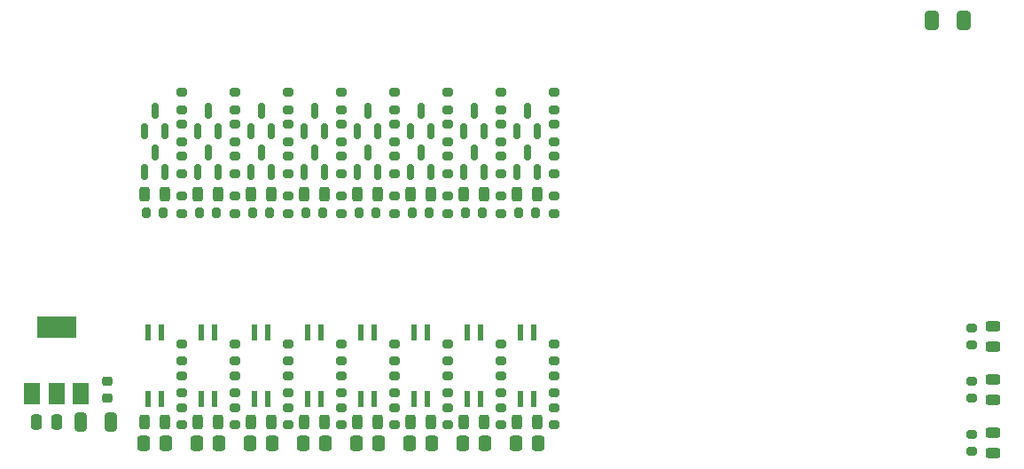
<source format=gbr>
%TF.GenerationSoftware,KiCad,Pcbnew,(6.0.11)*%
%TF.CreationDate,2023-03-20T13:43:10+01:00*%
%TF.ProjectId,Triggerbox_Deluxe,54726967-6765-4726-926f-785f44656c75,rev?*%
%TF.SameCoordinates,Original*%
%TF.FileFunction,Paste,Top*%
%TF.FilePolarity,Positive*%
%FSLAX46Y46*%
G04 Gerber Fmt 4.6, Leading zero omitted, Abs format (unit mm)*
G04 Created by KiCad (PCBNEW (6.0.11)) date 2023-03-20 13:43:10*
%MOMM*%
%LPD*%
G01*
G04 APERTURE LIST*
G04 Aperture macros list*
%AMRoundRect*
0 Rectangle with rounded corners*
0 $1 Rounding radius*
0 $2 $3 $4 $5 $6 $7 $8 $9 X,Y pos of 4 corners*
0 Add a 4 corners polygon primitive as box body*
4,1,4,$2,$3,$4,$5,$6,$7,$8,$9,$2,$3,0*
0 Add four circle primitives for the rounded corners*
1,1,$1+$1,$2,$3*
1,1,$1+$1,$4,$5*
1,1,$1+$1,$6,$7*
1,1,$1+$1,$8,$9*
0 Add four rect primitives between the rounded corners*
20,1,$1+$1,$2,$3,$4,$5,0*
20,1,$1+$1,$4,$5,$6,$7,0*
20,1,$1+$1,$6,$7,$8,$9,0*
20,1,$1+$1,$8,$9,$2,$3,0*%
G04 Aperture macros list end*
%ADD10RoundRect,0.200000X-0.275000X0.200000X-0.275000X-0.200000X0.275000X-0.200000X0.275000X0.200000X0*%
%ADD11R,0.600000X1.500000*%
%ADD12RoundRect,0.243750X-0.243750X-0.456250X0.243750X-0.456250X0.243750X0.456250X-0.243750X0.456250X0*%
%ADD13RoundRect,0.200000X0.275000X-0.200000X0.275000X0.200000X-0.275000X0.200000X-0.275000X-0.200000X0*%
%ADD14RoundRect,0.200000X0.200000X0.275000X-0.200000X0.275000X-0.200000X-0.275000X0.200000X-0.275000X0*%
%ADD15RoundRect,0.243750X0.456250X-0.243750X0.456250X0.243750X-0.456250X0.243750X-0.456250X-0.243750X0*%
%ADD16RoundRect,0.250000X0.337500X0.475000X-0.337500X0.475000X-0.337500X-0.475000X0.337500X-0.475000X0*%
%ADD17RoundRect,0.150000X0.150000X-0.587500X0.150000X0.587500X-0.150000X0.587500X-0.150000X-0.587500X0*%
%ADD18RoundRect,0.250000X0.250000X0.475000X-0.250000X0.475000X-0.250000X-0.475000X0.250000X-0.475000X0*%
%ADD19RoundRect,0.250000X-0.412500X-0.650000X0.412500X-0.650000X0.412500X0.650000X-0.412500X0.650000X0*%
%ADD20RoundRect,0.250000X-0.325000X-0.650000X0.325000X-0.650000X0.325000X0.650000X-0.325000X0.650000X0*%
%ADD21RoundRect,0.225000X0.250000X-0.225000X0.250000X0.225000X-0.250000X0.225000X-0.250000X-0.225000X0*%
%ADD22R,1.500000X2.000000*%
%ADD23R,3.800000X2.000000*%
G04 APERTURE END LIST*
D10*
%TO.C,R1*%
X62992000Y-83884000D03*
X62992000Y-85534000D03*
%TD*%
%TO.C,R17*%
X73152000Y-86932000D03*
X73152000Y-88582000D03*
%TD*%
D11*
%TO.C,U6*%
X85217000Y-110109000D03*
X86487000Y-110109000D03*
X86487000Y-103759000D03*
X85217000Y-103759000D03*
%TD*%
D12*
%TO.C,D7*%
X89994500Y-90551000D03*
X91869500Y-90551000D03*
%TD*%
D13*
%TO.C,R51*%
X83312000Y-106489000D03*
X83312000Y-104839000D03*
%TD*%
%TO.C,R6*%
X68072000Y-92392000D03*
X68072000Y-90742000D03*
%TD*%
D10*
%TO.C,R37*%
X93472000Y-86932000D03*
X93472000Y-88582000D03*
%TD*%
D13*
%TO.C,R53*%
X78232000Y-112585000D03*
X78232000Y-110935000D03*
%TD*%
D11*
%TO.C,U11*%
X59817000Y-110109000D03*
X61087000Y-110109000D03*
X61087000Y-103759000D03*
X59817000Y-103759000D03*
%TD*%
%TO.C,U9*%
X69977000Y-110109000D03*
X71247000Y-110109000D03*
X71247000Y-103759000D03*
X69977000Y-103759000D03*
%TD*%
%TO.C,U4*%
X95377000Y-110109000D03*
X96647000Y-110109000D03*
X96647000Y-103759000D03*
X95377000Y-103759000D03*
%TD*%
D10*
%TO.C,R55*%
X78232000Y-107887000D03*
X78232000Y-109537000D03*
%TD*%
D14*
%TO.C,R29*%
X81597000Y-92329000D03*
X79947000Y-92329000D03*
%TD*%
D10*
%TO.C,R58*%
X73152000Y-107887000D03*
X73152000Y-109537000D03*
%TD*%
D11*
%TO.C,U5*%
X90297000Y-110109000D03*
X91567000Y-110109000D03*
X91567000Y-103759000D03*
X90297000Y-103759000D03*
%TD*%
%TO.C,U8*%
X75057000Y-110109000D03*
X76327000Y-110109000D03*
X76327000Y-103759000D03*
X75057000Y-103759000D03*
%TD*%
D12*
%TO.C,D16*%
X59514500Y-112268000D03*
X61389500Y-112268000D03*
%TD*%
D13*
%TO.C,R18*%
X73152000Y-82486000D03*
X73152000Y-80836000D03*
%TD*%
D10*
%TO.C,R22*%
X88392000Y-83884000D03*
X88392000Y-85534000D03*
%TD*%
D13*
%TO.C,R47*%
X88392000Y-112585000D03*
X88392000Y-110935000D03*
%TD*%
D15*
%TO.C,D19*%
X140462000Y-105077500D03*
X140462000Y-103202500D03*
%TD*%
D13*
%TO.C,R5*%
X62992000Y-92392000D03*
X62992000Y-90742000D03*
%TD*%
D12*
%TO.C,D15*%
X64594500Y-112268000D03*
X66469500Y-112268000D03*
%TD*%
%TO.C,D8*%
X95074500Y-90551000D03*
X96949500Y-90551000D03*
%TD*%
D16*
%TO.C,C11*%
X61489500Y-114300000D03*
X59414500Y-114300000D03*
%TD*%
D14*
%TO.C,R11*%
X71437000Y-92329000D03*
X69787000Y-92329000D03*
%TD*%
D13*
%TO.C,R38*%
X93472000Y-82486000D03*
X93472000Y-80836000D03*
%TD*%
D16*
%TO.C,C9*%
X71649500Y-114300000D03*
X69574500Y-114300000D03*
%TD*%
D13*
%TO.C,R56*%
X73152000Y-112585000D03*
X73152000Y-110935000D03*
%TD*%
D16*
%TO.C,C7*%
X81809500Y-114300000D03*
X79734500Y-114300000D03*
%TD*%
D12*
%TO.C,D3*%
X69674500Y-90551000D03*
X71549500Y-90551000D03*
%TD*%
D17*
%TO.C,Q12*%
X95062000Y-84503500D03*
X96962000Y-84503500D03*
X96012000Y-82628500D03*
%TD*%
D10*
%TO.C,R46*%
X93472000Y-107887000D03*
X93472000Y-109537000D03*
%TD*%
D12*
%TO.C,D6*%
X84914500Y-90551000D03*
X86789500Y-90551000D03*
%TD*%
D17*
%TO.C,Q14*%
X84902000Y-88440500D03*
X86802000Y-88440500D03*
X85852000Y-86565500D03*
%TD*%
D13*
%TO.C,R48*%
X88392000Y-106489000D03*
X88392000Y-104839000D03*
%TD*%
%TO.C,R65*%
X138430000Y-115125000D03*
X138430000Y-113475000D03*
%TD*%
%TO.C,R44*%
X93472000Y-112585000D03*
X93472000Y-110935000D03*
%TD*%
%TO.C,R42*%
X98552000Y-106489000D03*
X98552000Y-104839000D03*
%TD*%
%TO.C,R63*%
X62992000Y-106489000D03*
X62992000Y-104839000D03*
%TD*%
%TO.C,R34*%
X83312000Y-82486000D03*
X83312000Y-80836000D03*
%TD*%
D12*
%TO.C,D13*%
X74754500Y-112268000D03*
X76629500Y-112268000D03*
%TD*%
D10*
%TO.C,R49*%
X88392000Y-107887000D03*
X88392000Y-109537000D03*
%TD*%
D17*
%TO.C,Q15*%
X89982000Y-88440500D03*
X91882000Y-88440500D03*
X90932000Y-86565500D03*
%TD*%
D13*
%TO.C,R36*%
X88392000Y-82486000D03*
X88392000Y-80836000D03*
%TD*%
%TO.C,R50*%
X83312000Y-112585000D03*
X83312000Y-110935000D03*
%TD*%
D18*
%TO.C,C2*%
X51054000Y-112268000D03*
X49154000Y-112268000D03*
%TD*%
D11*
%TO.C,U7*%
X80137000Y-110109000D03*
X81407000Y-110109000D03*
X81407000Y-103759000D03*
X80137000Y-103759000D03*
%TD*%
D13*
%TO.C,R41*%
X98552000Y-112585000D03*
X98552000Y-110935000D03*
%TD*%
D10*
%TO.C,R21*%
X83312000Y-83884000D03*
X83312000Y-85534000D03*
%TD*%
%TO.C,R35*%
X88392000Y-86932000D03*
X88392000Y-88582000D03*
%TD*%
D12*
%TO.C,D10*%
X89994500Y-112268000D03*
X91869500Y-112268000D03*
%TD*%
D17*
%TO.C,Q9*%
X79822000Y-84503500D03*
X81722000Y-84503500D03*
X80772000Y-82628500D03*
%TD*%
D16*
%TO.C,C4*%
X97049500Y-114300000D03*
X94974500Y-114300000D03*
%TD*%
D15*
%TO.C,D18*%
X140462000Y-110157500D03*
X140462000Y-108282500D03*
%TD*%
D13*
%TO.C,R59*%
X68072000Y-112585000D03*
X68072000Y-110935000D03*
%TD*%
%TO.C,R62*%
X62992000Y-112585000D03*
X62992000Y-110935000D03*
%TD*%
D12*
%TO.C,D9*%
X95074500Y-112268000D03*
X96949500Y-112268000D03*
%TD*%
D17*
%TO.C,Q8*%
X74742000Y-88440500D03*
X76642000Y-88440500D03*
X75692000Y-86565500D03*
%TD*%
D14*
%TO.C,R12*%
X76517000Y-92329000D03*
X74867000Y-92329000D03*
%TD*%
D17*
%TO.C,Q4*%
X74742000Y-84503500D03*
X76642000Y-84503500D03*
X75692000Y-82628500D03*
%TD*%
D10*
%TO.C,R52*%
X83312000Y-107887000D03*
X83312000Y-109537000D03*
%TD*%
D13*
%TO.C,R25*%
X83312000Y-92392000D03*
X83312000Y-90742000D03*
%TD*%
%TO.C,R45*%
X93472000Y-106489000D03*
X93472000Y-104839000D03*
%TD*%
%TO.C,R27*%
X93472000Y-92392000D03*
X93472000Y-90742000D03*
%TD*%
D10*
%TO.C,R61*%
X68072000Y-107887000D03*
X68072000Y-109537000D03*
%TD*%
D13*
%TO.C,R8*%
X78232000Y-92392000D03*
X78232000Y-90742000D03*
%TD*%
D10*
%TO.C,R43*%
X98552000Y-107887000D03*
X98552000Y-109537000D03*
%TD*%
D19*
%TO.C,C12*%
X134620000Y-73914000D03*
X137745000Y-73914000D03*
%TD*%
D17*
%TO.C,Q16*%
X95062000Y-88440500D03*
X96962000Y-88440500D03*
X96012000Y-86565500D03*
%TD*%
D16*
%TO.C,C8*%
X76729500Y-114300000D03*
X74654500Y-114300000D03*
%TD*%
D12*
%TO.C,D11*%
X84914500Y-112268000D03*
X86789500Y-112268000D03*
%TD*%
D16*
%TO.C,C6*%
X86889500Y-114300000D03*
X84814500Y-114300000D03*
%TD*%
D10*
%TO.C,R33*%
X83312000Y-86932000D03*
X83312000Y-88582000D03*
%TD*%
%TO.C,R64*%
X62992000Y-107887000D03*
X62992000Y-109537000D03*
%TD*%
D12*
%TO.C,D4*%
X74754500Y-90551000D03*
X76629500Y-90551000D03*
%TD*%
D14*
%TO.C,R32*%
X96837000Y-92329000D03*
X95187000Y-92329000D03*
%TD*%
%TO.C,R30*%
X86677000Y-92329000D03*
X85027000Y-92329000D03*
%TD*%
D13*
%TO.C,R67*%
X138430000Y-104965000D03*
X138430000Y-103315000D03*
%TD*%
D20*
%TO.C,C3*%
X53340000Y-112268000D03*
X56290000Y-112268000D03*
%TD*%
D16*
%TO.C,C10*%
X66569500Y-114300000D03*
X64494500Y-114300000D03*
%TD*%
D14*
%TO.C,R10*%
X66357000Y-92329000D03*
X64707000Y-92329000D03*
%TD*%
D16*
%TO.C,C5*%
X91969500Y-114300000D03*
X89894500Y-114300000D03*
%TD*%
D12*
%TO.C,D2*%
X64594500Y-90551000D03*
X66469500Y-90551000D03*
%TD*%
D10*
%TO.C,R24*%
X98552000Y-83884000D03*
X98552000Y-85534000D03*
%TD*%
%TO.C,R23*%
X93472000Y-83884000D03*
X93472000Y-85534000D03*
%TD*%
D13*
%TO.C,R7*%
X73152000Y-92392000D03*
X73152000Y-90742000D03*
%TD*%
D10*
%TO.C,R3*%
X73152000Y-83884000D03*
X73152000Y-85534000D03*
%TD*%
D12*
%TO.C,D12*%
X79834500Y-112268000D03*
X81709500Y-112268000D03*
%TD*%
D13*
%TO.C,R60*%
X68072000Y-106489000D03*
X68072000Y-104839000D03*
%TD*%
%TO.C,R14*%
X62992000Y-82486000D03*
X62992000Y-80836000D03*
%TD*%
D17*
%TO.C,Q2*%
X64582000Y-84503500D03*
X66482000Y-84503500D03*
X65532000Y-82628500D03*
%TD*%
%TO.C,Q13*%
X79822000Y-88440500D03*
X81722000Y-88440500D03*
X80772000Y-86565500D03*
%TD*%
D13*
%TO.C,R54*%
X78232000Y-106489000D03*
X78232000Y-104839000D03*
%TD*%
D11*
%TO.C,U10*%
X64897000Y-110109000D03*
X66167000Y-110109000D03*
X66167000Y-103759000D03*
X64897000Y-103759000D03*
%TD*%
D14*
%TO.C,R31*%
X91757000Y-92329000D03*
X90107000Y-92329000D03*
%TD*%
D10*
%TO.C,R39*%
X98552000Y-86932000D03*
X98552000Y-88582000D03*
%TD*%
D17*
%TO.C,Q11*%
X89982000Y-84503500D03*
X91882000Y-84503500D03*
X90932000Y-82628500D03*
%TD*%
%TO.C,Q5*%
X59502000Y-88440500D03*
X61402000Y-88440500D03*
X60452000Y-86565500D03*
%TD*%
D13*
%TO.C,R16*%
X68072000Y-82486000D03*
X68072000Y-80836000D03*
%TD*%
%TO.C,R20*%
X78232000Y-82486000D03*
X78232000Y-80836000D03*
%TD*%
D21*
%TO.C,C1*%
X55880000Y-109995000D03*
X55880000Y-108445000D03*
%TD*%
D13*
%TO.C,R57*%
X73152000Y-106489000D03*
X73152000Y-104839000D03*
%TD*%
D17*
%TO.C,Q1*%
X59502000Y-84503500D03*
X61402000Y-84503500D03*
X60452000Y-82628500D03*
%TD*%
%TO.C,Q6*%
X64582000Y-88440500D03*
X66482000Y-88440500D03*
X65532000Y-86565500D03*
%TD*%
D12*
%TO.C,D1*%
X59514500Y-90551000D03*
X61389500Y-90551000D03*
%TD*%
D13*
%TO.C,R26*%
X88392000Y-92392000D03*
X88392000Y-90742000D03*
%TD*%
D10*
%TO.C,R19*%
X78232000Y-86932000D03*
X78232000Y-88582000D03*
%TD*%
D17*
%TO.C,Q3*%
X69662000Y-84503500D03*
X71562000Y-84503500D03*
X70612000Y-82628500D03*
%TD*%
D10*
%TO.C,R13*%
X62992000Y-86932000D03*
X62992000Y-88582000D03*
%TD*%
D17*
%TO.C,Q7*%
X69662000Y-88440500D03*
X71562000Y-88440500D03*
X70612000Y-86565500D03*
%TD*%
D10*
%TO.C,R4*%
X78232000Y-83884000D03*
X78232000Y-85534000D03*
%TD*%
%TO.C,R15*%
X68072000Y-86932000D03*
X68072000Y-88582000D03*
%TD*%
D17*
%TO.C,Q10*%
X84902000Y-84503500D03*
X86802000Y-84503500D03*
X85852000Y-82628500D03*
%TD*%
D10*
%TO.C,R2*%
X68072000Y-83884000D03*
X68072000Y-85534000D03*
%TD*%
D12*
%TO.C,D5*%
X79834500Y-90551000D03*
X81709500Y-90551000D03*
%TD*%
D13*
%TO.C,R28*%
X98552000Y-92392000D03*
X98552000Y-90742000D03*
%TD*%
%TO.C,R40*%
X98552000Y-82486000D03*
X98552000Y-80836000D03*
%TD*%
D14*
%TO.C,R9*%
X61277000Y-92329000D03*
X59627000Y-92329000D03*
%TD*%
D15*
%TO.C,D17*%
X140462000Y-115237500D03*
X140462000Y-113362500D03*
%TD*%
D13*
%TO.C,R66*%
X138430000Y-110045000D03*
X138430000Y-108395000D03*
%TD*%
D12*
%TO.C,D14*%
X69674500Y-112268000D03*
X71549500Y-112268000D03*
%TD*%
D22*
%TO.C,U1*%
X48754000Y-109576000D03*
D23*
X51054000Y-103276000D03*
D22*
X51054000Y-109576000D03*
X53354000Y-109576000D03*
%TD*%
M02*

</source>
